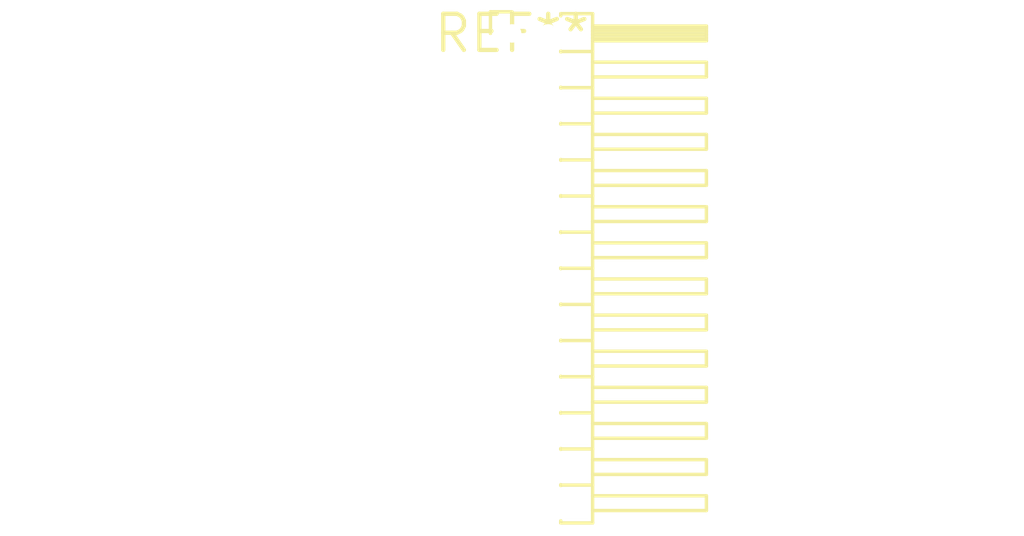
<source format=kicad_pcb>
(kicad_pcb (version 20240108) (generator pcbnew)
  (layers (0 "F.Cu" signal) (31 "B.Cu" signal) (34 "B.Paste" user) (35 "F.Paste" user) (36 "B.SilkS" user "B.Silkscreen") (37 "F.SilkS" user "F.Silkscreen") (38 "B.Mask" user) (39 "F.Mask" user) (44 "Edge.Cuts" user))
  (net 0 "")
  (footprint "PinHeader_2x14_P1.27mm_Horizontal" (layer "F.Cu") (at 0 0)
    (property "Reference" "REF**")
    (property "Value" "PinHeader_2x14_P1.27mm_Horizontal")
    (fp_line (start -0.76 -0.76) (end 0 -0.76) (layer "F.SilkS") (stroke (width 0.12)))
    (fp_line (start -0.76 0) (end -0.76 -0.76) (layer "F.SilkS") (stroke (width 0.12)))
    (fp_line (start 1.71 -0.695) (end 2.83 -0.695) (layer "F.SilkS") (stroke (width 0.12)))
    (fp_line (start 1.71 -0.619677) (end 1.71 -0.695) (layer "F.SilkS") (stroke (width 0.12)))
    (fp_line (start 1.71 0.619677) (end 1.71 0.650323) (layer "F.SilkS") (stroke (width 0.12)))
    (fp_line (start 1.71 0.635) (end 2.83 0.635) (layer "F.SilkS") (stroke (width 0.12)))
    (fp_line (start 1.71 1.889677) (end 1.71 1.920323) (layer "F.SilkS") (stroke (width 0.12)))
    (fp_line (start 1.71 1.905) (end 2.83 1.905) (layer "F.SilkS") (stroke (width 0.12)))
    (fp_line (start 1.71 3.159677) (end 1.71 3.190323) (layer "F.SilkS") (stroke (width 0.12)))
    (fp_line (start 1.71 3.175) (end 2.83 3.175) (layer "F.SilkS") (stroke (width 0.12)))
    (fp_line (start 1.71 4.429677) (end 1.71 4.460323) (layer "F.SilkS") (stroke (width 0.12)))
    (fp_line (start 1.71 4.445) (end 2.83 4.445) (layer "F.SilkS") (stroke (width 0.12)))
    (fp_line (start 1.71 5.699677) (end 1.71 5.730323) (layer "F.SilkS") (stroke (width 0.12)))
    (fp_line (start 1.71 5.715) (end 2.83 5.715) (layer "F.SilkS") (stroke (width 0.12)))
    (fp_line (start 1.71 6.969677) (end 1.71 7.000323) (layer "F.SilkS") (stroke (width 0.12)))
    (fp_line (start 1.71 6.985) (end 2.83 6.985) (layer "F.SilkS") (stroke (width 0.12)))
    (fp_line (start 1.71 8.239677) (end 1.71 8.270323) (layer "F.SilkS") (stroke (width 0.12)))
    (fp_line (start 1.71 8.255) (end 2.83 8.255) (layer "F.SilkS") (stroke (width 0.12)))
    (fp_line (start 1.71 9.509677) (end 1.71 9.540323) (layer "F.SilkS") (stroke (width 0.12)))
    (fp_line (start 1.71 9.525) (end 2.83 9.525) (layer "F.SilkS") (stroke (width 0.12)))
    (fp_line (start 1.71 10.779677) (end 1.71 10.810323) (layer "F.SilkS") (stroke (width 0.12)))
    (fp_line (start 1.71 10.795) (end 2.83 10.795) (layer "F.SilkS") (stroke (width 0.12)))
    (fp_line (start 1.71 12.049677) (end 1.71 12.080323) (layer "F.SilkS") (stroke (width 0.12)))
    (fp_line (start 1.71 12.065) (end 2.83 12.065) (layer "F.SilkS") (stroke (width 0.12)))
    (fp_line (start 1.71 13.319677) (end 1.71 13.350323) (layer "F.SilkS") (stroke (width 0.12)))
    (fp_line (start 1.71 13.335) (end 2.83 13.335) (layer "F.SilkS") (stroke (width 0.12)))
    (fp_line (start 1.71 14.589677) (end 1.71 14.620323) (layer "F.SilkS") (stroke (width 0.12)))
    (fp_line (start 1.71 14.605) (end 2.83 14.605) (layer "F.SilkS") (stroke (width 0.12)))
    (fp_line (start 1.71 15.859677) (end 1.71 15.890323) (layer "F.SilkS") (stroke (width 0.12)))
    (fp_line (start 1.71 15.875) (end 2.83 15.875) (layer "F.SilkS") (stroke (width 0.12)))
    (fp_line (start 1.71 17.205) (end 1.71 17.129677) (layer "F.SilkS") (stroke (width 0.12)))
    (fp_line (start 2.83 -0.695) (end 2.83 17.205) (layer "F.SilkS") (stroke (width 0.12)))
    (fp_line (start 2.83 -0.26) (end 6.83 -0.26) (layer "F.SilkS") (stroke (width 0.12)))
    (fp_line (start 2.83 -0.2) (end 6.83 -0.2) (layer "F.SilkS") (stroke (width 0.12)))
    (fp_line (start 2.83 -0.08) (end 6.83 -0.08) (layer "F.SilkS") (stroke (width 0.12)))
    (fp_line (start 2.83 0.04) (end 6.83 0.04) (layer "F.SilkS") (stroke (width 0.12)))
    (fp_line (start 2.83 0.16) (end 6.83 0.16) (layer "F.SilkS") (stroke (width 0.12)))
    (fp_line (start 2.83 1.01) (end 6.83 1.01) (layer "F.SilkS") (stroke (width 0.12)))
    (fp_line (start 2.83 2.28) (end 6.83 2.28) (layer "F.SilkS") (stroke (width 0.12)))
    (fp_line (start 2.83 3.55) (end 6.83 3.55) (layer "F.SilkS") (stroke (width 0.12)))
    (fp_line (start 2.83 4.82) (end 6.83 4.82) (layer "F.SilkS") (stroke (width 0.12)))
    (fp_line (start 2.83 6.09) (end 6.83 6.09) (layer "F.SilkS") (stroke (width 0.12)))
    (fp_line (start 2.83 7.36) (end 6.83 7.36) (layer "F.SilkS") (stroke (width 0.12)))
    (fp_line (start 2.83 8.63) (end 6.83 8.63) (layer "F.SilkS") (stroke (width 0.12)))
    (fp_line (start 2.83 9.9) (end 6.83 9.9) (layer "F.SilkS") (stroke (width 0.12)))
    (fp_line (start 2.83 11.17) (end 6.83 11.17) (layer "F.SilkS") (stroke (width 0.12)))
    (fp_line (start 2.83 12.44) (end 6.83 12.44) (layer "F.SilkS") (stroke (width 0.12)))
    (fp_line (start 2.83 13.71) (end 6.83 13.71) (layer "F.SilkS") (stroke (width 0.12)))
    (fp_line (start 2.83 14.98) (end 6.83 14.98) (layer "F.SilkS") (stroke (width 0.12)))
    (fp_line (start 2.83 16.25) (end 6.83 16.25) (layer "F.SilkS") (stroke (width 0.12)))
    (fp_line (start 2.83 17.205) (end 1.71 17.205) (layer "F.SilkS") (stroke (width 0.12)))
    (fp_line (start 6.83 -0.26) (end 6.83 0.26) (layer "F.SilkS") (stroke (width 0.12)))
    (fp_line (start 6.83 0.26) (end 2.83 0.26) (layer "F.SilkS") (stroke (width 0.12)))
    (fp_line (start 6.83 1.01) (end 6.83 1.53) (layer "F.SilkS") (stroke (width 0.12)))
    (fp_line (start 6.83 1.53) (end 2.83 1.53) (layer "F.SilkS") (stroke (width 0.12)))
    (fp_line (start 6.83 2.28) (end 6.83 2.8) (layer "F.SilkS") (stroke (width 0.12)))
    (fp_line (start 6.83 2.8) (end 2.83 2.8) (layer "F.SilkS") (stroke (width 0.12)))
    (fp_line (start 6.83 3.55) (end 6.83 4.07) (layer "F.SilkS") (stroke (width 0.12)))
    (fp_line (start 6.83 4.07) (end 2.83 4.07) (layer "F.SilkS") (stroke (width 0.12)))
    (fp_line (start 6.83 4.82) (end 6.83 5.34) (layer "F.SilkS") (stroke (width 0.12)))
    (fp_line (start 6.83 5.34) (end 2.83 5.34) (layer "F.SilkS") (stroke (width 0.12)))
    (fp_line (start 6.83 6.09) (end 6.83 6.61) (layer "F.SilkS") (stroke (width 0.12)))
    (fp_line (start 6.83 6.61) (end 2.83 6.61) (layer "F.SilkS") (stroke (width 0.12)))
    (fp_line (start 6.83 7.36) (end 6.83 7.88) (layer "F.SilkS") (stroke (width 0.12)))
    (fp_line (start 6.83 7.88) (end 2.83 7.88) (layer "F.SilkS") (stroke (width 0.12)))
    (fp_line (start 6.83 8.63) (end 6.83 9.15) (layer "F.SilkS") (stroke (width 0.12)))
    (fp_line (start 6.83 9.15) (end 2.83 9.15) (layer "F.SilkS") (stroke (width 0.12)))
    (fp_line (start 6.83 9.9) (end 6.83 10.42) (layer "F.SilkS") (stroke (width 0.12)))
    (fp_line (start 6.83 10.42) (end 2.83 10.42) (layer "F.SilkS") (stroke (width 0.12)))
    (fp_line (start 6.83 11.17) (end 6.83 11.69) (layer "F.SilkS") (stroke (width 0.12)))
    (fp_line (start 6.83 11.69) (end 2.83 11.69) (layer "F.SilkS") (stroke (width 0.12)))
    (fp_line (start 6.83 12.44) (end 6.83 12.96) (layer "F.SilkS") (stroke (width 0.12)))
    (fp_line (start 6.83 12.96) (end 2.83 12.96) (layer "F.SilkS") (stroke (width 0.12)))
    (fp_line (start 6.83 13.71) (end 6.83 14.23) (layer "F.SilkS") (stroke (width 0.12)))
    (fp_line (start 6.83 14.23) (end 2.83 14.23) (layer "F.SilkS") (stroke (width 0.12)))
    (fp_line (start 6.83 14.98) (end 6.83 15.5) (layer "F.SilkS") (stroke (width 0.12)))
    (fp_line (start 6.83 15.5) (end 2.83 15.5) (layer "F.SilkS") (stroke (width 0.12)))
    (fp_line (start 6.83 16.25) (end 6.83 16.77) (layer "F.SilkS") (stroke (width 0.12)))
    (fp_line (start 6.83 16.77) (end 2.83 16.77) (layer "F.SilkS") (stroke (width 0.12)))
    (pad "1" thru_hole rect (at 0 0) (size 1 1) (drill 0.65) (layers *.Cu *.Mask) (remove_unused_layers))
    (pad "2" thru_hole oval (at 1.27 0) (size 1 1) (drill 0.65) (layers *.Cu *.Mask) (remove_unused_layers))
    (pad "3" thru_hole oval (at 0 1.27) (size 1 1) (drill 0.65) (layers *.Cu *.Mask) (remove_unused_layers))
    (pad "4" thru_hole oval (at 1.27 1.27) (size 1 1) (drill 0.65) (layers *.Cu *.Mask) (remove_unused_layers))
    (pad "5" thru_hole oval (at 0 2.54) (size 1 1) (drill 0.65) (layers *.Cu *.Mask) (remove_unused_layers))
    (pad "6" thru_hole oval (at 1.27 2.54) (size 1 1) (drill 0.65) (layers *.Cu *.Mask) (remove_unused_layers))
    (pad "7" thru_hole oval (at 0 3.81) (size 1 1) (drill 0.65) (layers *.Cu *.Mask) (remove_unused_layers))
    (pad "8" thru_hole oval (at 1.27 3.81) (size 1 1) (drill 0.65) (layers *.Cu *.Mask) (remove_unused_layers))
    (pad "9" thru_hole oval (at 0 5.08) (size 1 1) (drill 0.65) (layers *.Cu *.Mask) (remove_unused_layers))
    (pad "10" thru_hole oval (at 1.27 5.08) (size 1 1) (drill 0.65) (layers *.Cu *.Mask) (remove_unused_layers))
    (pad "11" thru_hole oval (at 0 6.35) (size 1 1) (drill 0.65) (layers *.Cu *.Mask) (remove_unused_layers))
    (pad "12" thru_hole oval (at 1.27 6.35) (size 1 1) (drill 0.65) (layers *.Cu *.Mask) (remove_unused_layers))
    (pad "13" thru_hole oval (at 0 7.62) (size 1 1) (drill 0.65) (layers *.Cu *.Mask) (remove_unused_layers))
    (pad "14" thru_hole oval (at 1.27 7.62) (size 1 1) (drill 0.65) (layers *.Cu *.Mask) (remove_unused_layers))
    (pad "15" thru_hole oval (at 0 8.89) (size 1 1) (drill 0.65) (layers *.Cu *.Mask) (remove_unused_layers))
    (pad "16" thru_hole oval (at 1.27 8.89) (size 1 1) (drill 0.65) (layers *.Cu *.Mask) (remove_unused_layers))
    (pad "17" thru_hole oval (at 0 10.16) (size 1 1) (drill 0.65) (layers *.Cu *.Mask) (remove_unused_layers))
    (pad "18" thru_hole oval (at 1.27 10.16) (size 1 1) (drill 0.65) (layers *.Cu *.Mask) (remove_unused_layers))
    (pad "19" thru_hole oval (at 0 11.43) (size 1 1) (drill 0.65) (layers *.Cu *.Mask) (remove_unused_layers))
    (pad "20" thru_hole oval (at 1.27 11.43) (size 1 1) (drill 0.65) (layers *.Cu *.Mask) (remove_unused_layers))
    (pad "21" thru_hole oval (at 0 12.7) (size 1 1) (drill 0.65) (layers *.Cu *.Mask) (remove_unused_layers))
    (pad "22" thru_hole oval (at 1.27 12.7) (size 1 1) (drill 0.65) (layers *.Cu *.Mask) (remove_unused_layers))
    (pad "23" thru_hole oval (at 0 13.97) (size 1 1) (drill 0.65) (layers *.Cu *.Mask) (remove_unused_layers))
    (pad "24" thru_hole oval (at 1.27 13.97) (size 1 1) (drill 0.65) (layers *.Cu *.Mask) (remove_unused_layers))
    (pad "25" thru_hole oval (at 0 15.24) (size 1 1) (drill 0.65) (layers *.Cu *.Mask) (remove_unused_layers))
    (pad "26" thru_hole oval (at 1.27 15.24) (size 1 1) (drill 0.65) (layers *.Cu *.Mask) (remove_unused_layers))
    (pad "27" thru_hole oval (at 0 16.51) (size 1 1) (drill 0.65) (layers *.Cu *.Mask) (remove_unused_layers))
    (pad "28" thru_hole oval (at 1.27 16.51) (size 1 1) (drill 0.65) (layers *.Cu *.Mask) (remove_unused_layers))
  )
)
</source>
